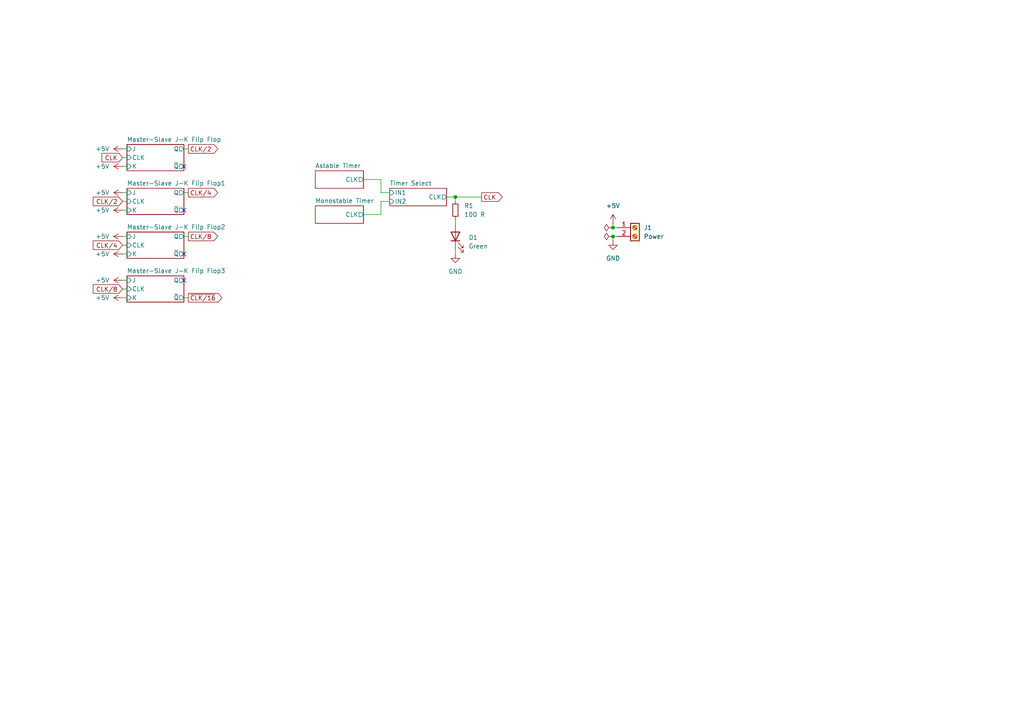
<source format=kicad_sch>
(kicad_sch (version 20250114) (generator "eeschema") (generator_version "9.0")
  (paper "A4")
  (lib_symbols
    (symbol "Connector:Screw_Terminal_01x02" (pin_names (offset 1.016) (hide yes))
      (property "Reference" "J" (at 0 2.54 0))
      (property "Value" "Screw_Terminal_01x02" (at 0 -5.08 0))
      (symbol "Screw_Terminal_01x02_1_1"
        (rectangle (start -1.27 1.27) (end 1.27 -3.81) (stroke (width 0.254)) (fill (type background)))
        (polyline (pts (xy -0.5334 0.3302) (xy 0.3302 -0.508)) (stroke (width 0.1524)))
        (polyline (pts (xy -0.5334 -2.2098) (xy 0.3302 -3.048)) (stroke (width 0.1524)))
        (polyline (pts (xy -0.3556 0.508) (xy 0.508 -0.3302)) (stroke (width 0.1524)))
        (polyline (pts (xy -0.3556 -2.032) (xy 0.508 -2.8702)) (stroke (width 0.1524)))
        (circle (center 0 0) (radius 0.635) (stroke (width 0.1524)))
        (circle (center 0 -2.54) (radius 0.635) (stroke (width 0.1524)))
        (pin passive line (at -5.08 0 0) (length 3.81) (name "Pin_1") (number "1"))
        (pin passive line (at -5.08 -2.54 0) (length 3.81) (name "Pin_2") (number "2"))
      )
    )
    (symbol "Device:LED" (pin_numbers (hide yes)) (pin_names (offset 1.016) (hide yes))
      (property "Reference" "D" (at 0 2.54 0))
      (property "Value" "LED" (at 0 -2.54 0))
      (symbol "LED_0_1"
        (polyline (pts (xy -3.048 -0.762) (xy -4.572 -2.286) (xy -3.81 -2.286) (xy -4.572 -2.286) (xy -4.572 -1.524)))
        (polyline (pts (xy -1.778 -0.762) (xy -3.302 -2.286) (xy -2.54 -2.286) (xy -3.302 -2.286) (xy -3.302 -1.524)))
        (polyline (pts (xy -1.27 0) (xy 1.27 0)))
        (polyline (pts (xy -1.27 -1.27) (xy -1.27 1.27)) (stroke (width 0.254)))
        (polyline (pts (xy 1.27 -1.27) (xy 1.27 1.27) (xy -1.27 0) (xy 1.27 -1.27)) (stroke (width 0.254)))
      )
      (symbol "LED_1_1"
        (pin passive line (at -3.81 0 0) (length 2.54) (name "K") (number "1"))
        (pin passive line (at 3.81 0 180) (length 2.54) (name "A") (number "2"))
      )
    )
    (symbol "Device:R_Small" (pin_numbers (hide yes)) (pin_names (offset 0.254) (hide yes))
      (property "Reference" "R" (at 0.762 0.508 0))
      (property "Value" "R_Small" (at 0.762 -1.016 0))
      (symbol "R_Small_0_1"
        (rectangle (start -0.762 1.778) (end 0.762 -1.778) (stroke (width 0.2032)))
      )
      (symbol "R_Small_1_1"
        (pin passive line (at 0 2.54 270) (length 0.762) (name "~") (number "1"))
        (pin passive line (at 0 -2.54 90) (length 0.762) (name "~") (number "2"))
      )
    )
    (symbol "power:+5V" (power) (pin_numbers (hide yes)) (pin_names (offset 0) (hide yes))
      (property "Value" "+5V" (at 0 3.556 0))
      (symbol "+5V_0_1"
        (polyline (pts (xy -0.762 1.27) (xy 0 2.54)))
        (polyline (pts (xy 0 2.54) (xy 0.762 1.27)))
        (polyline (pts (xy 0 0) (xy 0 2.54)))
      )
      (symbol "+5V_1_1"
        (pin power_in line (at 0 0 90) (length 0) (name "~") (number "1"))
      )
    )
    (symbol "power:GND" (power) (pin_numbers (hide yes)) (pin_names (offset 0) (hide yes))
      (property "Value" "GND" (at 0 -3.81 0))
      (symbol "GND_0_1"
        (polyline (pts (xy 0 0) (xy 0 -1.27) (xy 1.27 -1.27) (xy 0 -2.54) (xy -1.27 -1.27) (xy 0 -1.27)))
      )
      (symbol "GND_1_1"
        (pin power_in line (at 0 0 270) (length 0) (name "~") (number "1"))
      )
    )
    (symbol "power:PWR_FLAG" (power) (pin_numbers (hide yes)) (pin_names (offset 0) (hide yes))
      (property "Value" "PWR_FLAG" (at 0 3.81 0))
      (symbol "PWR_FLAG_0_0"
        (pin power_out line (at 0 0 90) (length 0) (name "~") (number "1"))
      )
      (symbol "PWR_FLAG_0_1"
        (polyline (pts (xy 0 0) (xy 0 1.27) (xy -1.016 1.905) (xy 0 2.54) (xy 1.016 1.905) (xy 0 1.27)))
      )
    )
  )
  (junction (at 132.08 57.15))
  (junction (at 177.8 66.04))
  (junction (at 177.8 68.58))
  (no_connect (at 53.34 81.28))
  (no_connect (at 53.34 73.66))
  (no_connect (at 53.34 60.96))
  (no_connect (at 53.34 48.26))
  (wire (pts (xy 105.41 52.07) (xy 110.49 52.07)))
  (wire (pts (xy 35.56 48.26) (xy 36.83 48.26)))
  (wire (pts (xy 132.08 57.15) (xy 139.7 57.15)))
  (wire (pts (xy 35.56 60.96) (xy 36.83 60.96)))
  (wire (pts (xy 177.8 66.04) (xy 177.8 64.77)))
  (wire (pts (xy 35.56 55.88) (xy 36.83 55.88)))
  (wire (pts (xy 53.34 68.58) (xy 54.61 68.58)))
  (wire (pts (xy 110.49 52.07) (xy 110.49 55.88)))
  (wire (pts (xy 132.08 63.5) (xy 132.08 64.77)))
  (wire (pts (xy 177.8 68.58) (xy 177.8 69.85)))
  (wire (pts (xy 132.08 57.15) (xy 129.54 57.15)))
  (wire (pts (xy 110.49 62.23) (xy 110.49 58.42)))
  (wire (pts (xy 35.56 58.42) (xy 36.83 58.42)))
  (wire (pts (xy 35.56 81.28) (xy 36.83 81.28)))
  (wire (pts (xy 53.34 43.18) (xy 54.61 43.18)))
  (wire (pts (xy 132.08 72.39) (xy 132.08 73.66)))
  (wire (pts (xy 105.41 62.23) (xy 110.49 62.23)))
  (wire (pts (xy 35.56 68.58) (xy 36.83 68.58)))
  (wire (pts (xy 35.56 45.72) (xy 36.83 45.72)))
  (wire (pts (xy 35.56 86.36) (xy 36.83 86.36)))
  (wire (pts (xy 110.49 55.88) (xy 113.03 55.88)))
  (wire (pts (xy 179.07 68.58) (xy 177.8 68.58)))
  (wire (pts (xy 110.49 58.42) (xy 113.03 58.42)))
  (wire (pts (xy 35.56 73.66) (xy 36.83 73.66)))
  (wire (pts (xy 179.07 66.04) (xy 177.8 66.04)))
  (wire (pts (xy 53.34 55.88) (xy 54.61 55.88)))
  (wire (pts (xy 53.34 86.36) (xy 54.61 86.36)))
  (wire (pts (xy 35.56 83.82) (xy 36.83 83.82)))
  (wire (pts (xy 132.08 57.15) (xy 132.08 58.42)))
  (wire (pts (xy 35.56 43.18) (xy 36.83 43.18)))
  (wire (pts (xy 35.56 71.12) (xy 36.83 71.12)))
  (global_label "CLK{slash}2" (shape input) (at 35.56 58.42 180) (property "Intersheetrefs" "${INTERSHEET_REFS}" (effects (hide yes))))
  (global_label "~{CLK{slash}16}" (shape output) (at 54.61 86.36 0) (property "Intersheetrefs" "${INTERSHEET_REFS}" (effects (hide yes))))
  (global_label "CLK{slash}2" (shape output) (at 54.61 43.18 0) (property "Intersheetrefs" "${INTERSHEET_REFS}" (effects (hide yes))))
  (global_label "CLK{slash}8" (shape output) (at 54.61 68.58 0) (property "Intersheetrefs" "${INTERSHEET_REFS}" (effects (hide yes))))
  (global_label "CLK{slash}4" (shape input) (at 35.56 71.12 180) (property "Intersheetrefs" "${INTERSHEET_REFS}" (effects (hide yes))))
  (global_label "CLK{slash}8" (shape input) (at 35.56 83.82 180) (property "Intersheetrefs" "${INTERSHEET_REFS}" (effects (hide yes))))
  (global_label "CLK{slash}4" (shape output) (at 54.61 55.88 0) (property "Intersheetrefs" "${INTERSHEET_REFS}" (effects (hide yes))))
  (global_label "CLK" (shape output) (at 139.7 57.15 0) (property "Intersheetrefs" "${INTERSHEET_REFS}" (effects (hide yes))))
  (global_label "CLK" (shape input) (at 35.56 45.72 180) (property "Intersheetrefs" "${INTERSHEET_REFS}" (effects (hide yes))))
  (symbol (lib_id "power:+5V") (at 35.56 55.88 90) (unit 1)
    (property "Reference" "#PWR06" (effects (hide yes)))
    (property "Value" "+5V" (at 31.75 55.8799 90) (effects (justify left)))
    (property "Description" "Power symbol creates a global label with name \"+5V\"" (effects (hide yes)))
  )
  (symbol (lib_id "Connector:Screw_Terminal_01x02") (at 184.15 66.04 0) (unit 1)
    (property "Reference" "J1" (at 186.69 66.0399 0) (effects (justify left)))
    (property "Value" "Power" (at 186.69 68.5799 0) (effects (justify left)))
    (property "Footprint" "TerminalBlock_4Ucon:TerminalBlock_4Ucon_1x02_P3.50mm_Horizontal" (effects (hide yes)))
    (property "Description" "Generic screw terminal, single row, 01x02, script generated (kicad-library-utils/schlib/autogen/connector/)" (effects (hide yes)))
  )
  (symbol (lib_id "Device:R_Small") (at 132.08 60.96 0) (unit 1)
    (property "Reference" "R1" (at 134.62 59.6899 0) (effects (justify left)))
    (property "Value" "100 R" (at 134.62 62.2299 0) (effects (justify left)))
    (property "Footprint" "Resistor_THT:R_Axial_DIN0207_L6.3mm_D2.5mm_P10.16mm_Horizontal" (effects (hide yes)))
    (property "Description" "Resistor, small symbol" (effects (hide yes)))
  )
  (symbol (lib_id "power:GND") (at 132.08 73.66 0) (unit 1)
    (property "Reference" "#PWR03" (effects (hide yes)))
    (property "Value" "GND" (at 132.08 78.74 0))
    (property "Description" "Power symbol creates a global label with name \"GND\" , ground" (effects (hide yes)))
  )
  (symbol (lib_id "power:+5V") (at 35.56 68.58 90) (unit 1)
    (property "Reference" "#PWR08" (effects (hide yes)))
    (property "Value" "+5V" (at 31.75 68.5799 90) (effects (justify left)))
    (property "Description" "Power symbol creates a global label with name \"+5V\"" (effects (hide yes)))
  )
  (symbol (lib_id "power:+5V") (at 35.56 73.66 90) (unit 1)
    (property "Reference" "#PWR09" (effects (hide yes)))
    (property "Value" "+5V" (at 31.75 73.6599 90) (effects (justify left)))
    (property "Description" "Power symbol creates a global label with name \"+5V\"" (effects (hide yes)))
  )
  (symbol (lib_id "power:GND") (at 177.8 69.85 0) (unit 1)
    (property "Reference" "#PWR02" (effects (hide yes)))
    (property "Value" "GND" (at 177.8 74.93 0))
    (property "Description" "Power symbol creates a global label with name \"GND\" , ground" (effects (hide yes)))
  )
  (symbol (lib_id "power:+5V") (at 35.56 43.18 90) (unit 1)
    (property "Reference" "#PWR04" (effects (hide yes)))
    (property "Value" "+5V" (at 31.75 43.1799 90) (effects (justify left)))
    (property "Description" "Power symbol creates a global label with name \"+5V\"" (effects (hide yes)))
  )
  (symbol (lib_id "power:+5V") (at 35.56 48.26 90) (unit 1)
    (property "Reference" "#PWR05" (effects (hide yes)))
    (property "Value" "+5V" (at 31.75 48.2599 90) (effects (justify left)))
    (property "Description" "Power symbol creates a global label with name \"+5V\"" (effects (hide yes)))
  )
  (symbol (lib_id "power:PWR_FLAG") (at 177.8 66.04 90) (unit 1)
    (property "Reference" "#FLG01" (effects (hide yes)))
    (property "Value" "PWR_FLAG" (effects (hide yes)))
    (property "Description" "Special symbol for telling ERC where power comes from" (effects (hide yes)))
  )
  (symbol (lib_id "Device:LED") (at 132.08 68.58 90) (unit 1)
    (property "Reference" "D1" (at 135.89 68.8974 90) (effects (justify right)))
    (property "Value" "Green" (at 135.89 71.4374 90) (effects (justify right)))
    (property "Footprint" "LED_THT:LED_D5.0mm" (effects (hide yes)))
    (property "Description" "Light emitting diode" (effects (hide yes)))
    (property "Sim.Pins" "1=K 2=A" (effects (hide yes)))
  )
  (symbol (lib_id "power:PWR_FLAG") (at 177.8 68.58 90) (unit 1)
    (property "Reference" "#FLG02" (effects (hide yes)))
    (property "Value" "PWR_FLAG" (effects (hide yes)))
    (property "Description" "Special symbol for telling ERC where power comes from" (effects (hide yes)))
  )
  (symbol (lib_id "power:+5V") (at 35.56 81.28 90) (unit 1)
    (property "Reference" "#PWR010" (effects (hide yes)))
    (property "Value" "+5V" (at 31.75 81.2799 90) (effects (justify left)))
    (property "Description" "Power symbol creates a global label with name \"+5V\"" (effects (hide yes)))
  )
  (symbol (lib_id "power:+5V") (at 35.56 60.96 90) (unit 1)
    (property "Reference" "#PWR07" (effects (hide yes)))
    (property "Value" "+5V" (at 31.75 60.9599 90) (effects (justify left)))
    (property "Description" "Power symbol creates a global label with name \"+5V\"" (effects (hide yes)))
  )
  (symbol (lib_id "power:+5V") (at 177.8 64.77 0) (unit 1)
    (property "Reference" "#PWR01" (effects (hide yes)))
    (property "Value" "+5V" (at 177.8 59.69 0))
    (property "Description" "Power symbol creates a global label with name \"+5V\"" (effects (hide yes)))
  )
  (symbol (lib_id "power:+5V") (at 35.56 86.36 90) (unit 1)
    (property "Reference" "#PWR011" (effects (hide yes)))
    (property "Value" "+5V" (at 31.75 86.3599 90) (effects (justify left)))
    (property "Description" "Power symbol creates a global label with name \"+5V\"" (effects (hide yes)))
  )
  (sheet (at 91.44 59.69) (size 13.97 5.08) (stroke (width 0.1524))
    (property "Sheetname" "Monostable Timer" (at 91.44 58.9784 0) (effects (justify left bottom)))
    (property "Sheetfile" "monostable-timer.kicad_sch" (effects (hide yes)))
    (pin "CLK" output (at 105.41 62.23 0))
  )
  (sheet (at 36.83 41.91) (size 16.51 7.62) (stroke (width 0.1524))
    (property "Sheetname" "Master-Slave J-K Flip Flop" (at 36.83 41.1984 0) (effects (justify left bottom)))
    (property "Sheetfile" "master-slave-jk-flip-flop.kicad_sch" (effects (hide yes)))
    (pin "CLK" input (at 36.83 45.72 180))
    (pin "J" input (at 36.83 43.18 180))
    (pin "K" input (at 36.83 48.26 180))
    (pin "Q" output (at 53.34 43.18 0))
    (pin "~{Q}" output (at 53.34 48.26 0))
  )
  (sheet (at 36.83 80.01) (size 16.51 7.62) (stroke (width 0.1524))
    (property "Sheetname" "Master-Slave J-K Flip Flop3" (at 36.83 79.2984 0) (effects (justify left bottom)))
    (property "Sheetfile" "master-slave-jk-flip-flop.kicad_sch" (effects (hide yes)))
    (pin "CLK" input (at 36.83 83.82 180))
    (pin "J" input (at 36.83 81.28 180))
    (pin "K" input (at 36.83 86.36 180))
    (pin "Q" output (at 53.34 81.28 0))
    (pin "~{Q}" output (at 53.34 86.36 0))
  )
  (sheet (at 36.83 54.61) (size 16.51 7.62) (stroke (width 0.1524))
    (property "Sheetname" "Master-Slave J-K Flip Flop1" (at 36.83 53.8984 0) (effects (justify left bottom)))
    (property "Sheetfile" "master-slave-jk-flip-flop.kicad_sch" (effects (hide yes)))
    (pin "CLK" input (at 36.83 58.42 180))
    (pin "J" input (at 36.83 55.88 180))
    (pin "K" input (at 36.83 60.96 180))
    (pin "Q" output (at 53.34 55.88 0))
    (pin "~{Q}" output (at 53.34 60.96 0))
  )
  (sheet (at 36.83 67.31) (size 16.51 7.62) (stroke (width 0.1524))
    (property "Sheetname" "Master-Slave J-K Flip Flop2" (at 36.83 66.5984 0) (effects (justify left bottom)))
    (property "Sheetfile" "master-slave-jk-flip-flop.kicad_sch" (effects (hide yes)))
    (pin "CLK" input (at 36.83 71.12 180))
    (pin "J" input (at 36.83 68.58 180))
    (pin "K" input (at 36.83 73.66 180))
    (pin "Q" output (at 53.34 68.58 0))
    (pin "~{Q}" output (at 53.34 73.66 0))
  )
  (sheet (at 91.44 49.53) (size 13.97 5.08) (stroke (width 0.1524))
    (property "Sheetname" "Astable Timer" (at 91.44 48.8184 0) (effects (justify left bottom)))
    (property "Sheetfile" "astable-timer.kicad_sch" (effects (hide yes)))
    (pin "CLK" output (at 105.41 52.07 0))
  )
  (sheet (at 113.03 54.61) (size 16.51 5.08) (stroke (width 0.1524))
    (property "Sheetname" "Timer Select" (at 113.03 53.8984 0) (effects (justify left bottom)))
    (property "Sheetfile" "timer-select.kicad_sch" (effects (hide yes)))
    (pin "CLK" output (at 129.54 57.15 0))
    (pin "IN1" input (at 113.03 55.88 180))
    (pin "IN2" input (at 113.03 58.42 180))
  )
)
</source>
